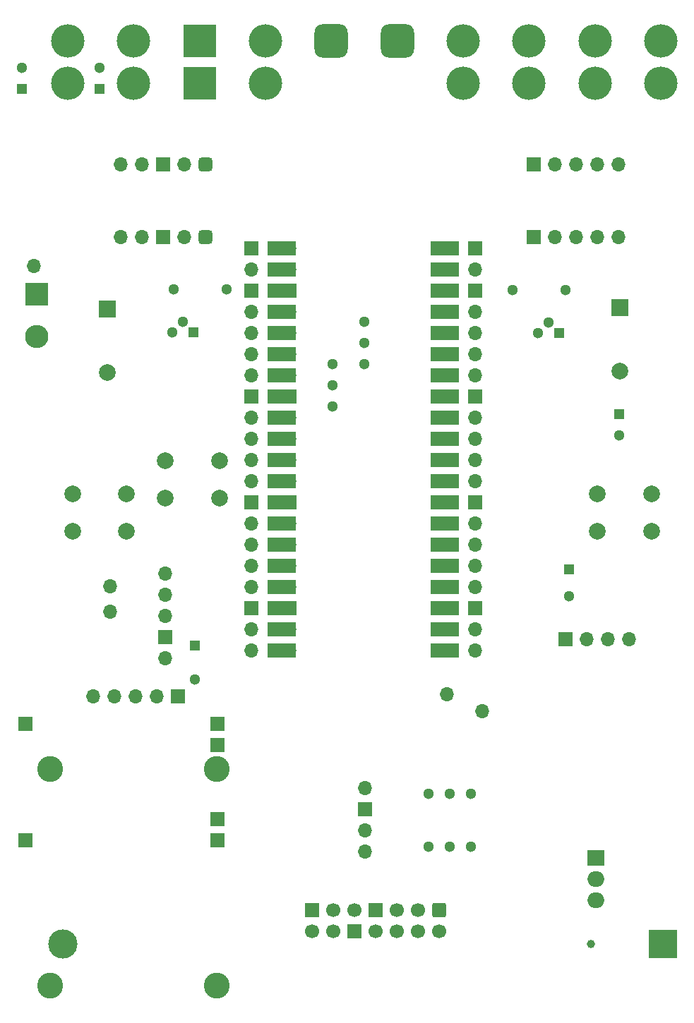
<source format=gbr>
%TF.GenerationSoftware,KiCad,Pcbnew,(6.0.11)*%
%TF.CreationDate,2023-04-25T11:56:07-03:00*%
%TF.ProjectId,Placa Base Xplorer Raspberry pi pico V3A,506c6163-6120-4426-9173-652058706c6f,rev?*%
%TF.SameCoordinates,Original*%
%TF.FileFunction,Soldermask,Bot*%
%TF.FilePolarity,Negative*%
%FSLAX46Y46*%
G04 Gerber Fmt 4.6, Leading zero omitted, Abs format (unit mm)*
G04 Created by KiCad (PCBNEW (6.0.11)) date 2023-04-25 11:56:07*
%MOMM*%
%LPD*%
G01*
G04 APERTURE LIST*
G04 Aperture macros list*
%AMRoundRect*
0 Rectangle with rounded corners*
0 $1 Rounding radius*
0 $2 $3 $4 $5 $6 $7 $8 $9 X,Y pos of 4 corners*
0 Add a 4 corners polygon primitive as box body*
4,1,4,$2,$3,$4,$5,$6,$7,$8,$9,$2,$3,0*
0 Add four circle primitives for the rounded corners*
1,1,$1+$1,$2,$3*
1,1,$1+$1,$4,$5*
1,1,$1+$1,$6,$7*
1,1,$1+$1,$8,$9*
0 Add four rect primitives between the rounded corners*
20,1,$1+$1,$2,$3,$4,$5,0*
20,1,$1+$1,$4,$5,$6,$7,0*
20,1,$1+$1,$6,$7,$8,$9,0*
20,1,$1+$1,$8,$9,$2,$3,0*%
%AMOutline4P*
0 Free polygon, 4 corners , with rotation*
0 The origin of the aperture is its center*
0 number of corners: always 4*
0 $1 to $8 corner X, Y*
0 $9 Rotation angle, in degrees counterclockwise*
0 create outline with 4 corners*
4,1,4,$1,$2,$3,$4,$5,$6,$7,$8,$1,$2,$9*%
G04 Aperture macros list end*
%ADD10O,1.700000X1.700000*%
%ADD11R,1.700000X1.700000*%
%ADD12R,1.300000X1.300000*%
%ADD13R,4.000000X4.000000*%
%ADD14O,4.000000X4.000000*%
%ADD15RoundRect,1.000000X1.000000X1.000000X-1.000000X1.000000X-1.000000X-1.000000X1.000000X-1.000000X0*%
%ADD16R,2.000000X1.905000*%
%ADD17O,2.000000X1.905000*%
%ADD18R,2.000000X2.000000*%
%ADD19C,2.000000*%
%ADD20C,1.300000*%
%ADD21RoundRect,0.425000X0.425000X0.425000X-0.425000X0.425000X-0.425000X-0.425000X0.425000X-0.425000X0*%
%ADD22R,1.800000X1.800000*%
%ADD23RoundRect,0.250000X-0.600000X0.600000X-0.600000X-0.600000X0.600000X-0.600000X0.600000X0.600000X0*%
%ADD24C,1.700000*%
%ADD25Outline4P,-0.850000X-0.850000X0.850000X-0.850000X0.850000X0.850000X-0.850000X0.850000X180.000000*%
%ADD26C,3.100000*%
%ADD27R,3.500000X1.700000*%
%ADD28R,2.800000X2.800000*%
%ADD29O,2.800000X2.800000*%
%ADD30C,1.000000*%
%ADD31R,3.500000X3.500000*%
%ADD32C,3.500000*%
G04 APERTURE END LIST*
D10*
%TO.C,*%
X92456000Y-64363600D03*
%TD*%
D11*
%TO.C,*%
X107950000Y-60960000D03*
%TD*%
D12*
%TO.C,*%
X162665079Y-82154371D03*
%TD*%
D13*
%TO.C,*%
X112324444Y-42454018D03*
%TD*%
D14*
%TO.C,*%
X96520000Y-42454018D03*
%TD*%
D15*
%TO.C,*%
X128128888Y-37374018D03*
%TD*%
D10*
%TO.C,*%
X157480000Y-60960000D03*
%TD*%
D11*
%TO.C,*%
X152400000Y-60960000D03*
%TD*%
D10*
%TO.C,*%
X108204000Y-111506000D03*
%TD*%
D16*
%TO.C,Reg 3.3V*%
X159854024Y-135462894D03*
D17*
X159854024Y-138002894D03*
X159854024Y-140542894D03*
%TD*%
D18*
%TO.C,REF\u002A\u002A*%
X101295200Y-69545200D03*
D19*
X101295200Y-77145200D03*
%TD*%
%TO.C,A*%
X97080000Y-91730000D03*
X103580000Y-91730000D03*
X97080000Y-96230000D03*
X103580000Y-96230000D03*
%TD*%
D20*
%TO.C,*%
X128270000Y-78740000D03*
%TD*%
%TO.C,*%
X144890000Y-127727400D03*
%TD*%
D19*
%TO.C,B*%
X166520000Y-91730000D03*
X160020000Y-91730000D03*
X160020000Y-96230000D03*
X166520000Y-96230000D03*
%TD*%
D10*
%TO.C,*%
X161290000Y-109220000D03*
%TD*%
%TO.C,*%
X102092575Y-116078000D03*
%TD*%
%TO.C,*%
X107172575Y-116078000D03*
%TD*%
D14*
%TO.C,*%
X120226666Y-42454018D03*
%TD*%
D10*
%TO.C,*%
X110490000Y-60960000D03*
%TD*%
D14*
%TO.C,*%
X120226666Y-37374018D03*
%TD*%
D20*
%TO.C,*%
X128270000Y-76200000D03*
%TD*%
D14*
%TO.C,*%
X167640000Y-37374018D03*
%TD*%
%TO.C,*%
X151835554Y-42454018D03*
%TD*%
D20*
%TO.C,*%
X132080000Y-71120000D03*
%TD*%
D10*
%TO.C,*%
X154940000Y-52224597D03*
%TD*%
D21*
%TO.C,*%
X113030000Y-60960000D03*
%TD*%
D10*
%TO.C,*%
X142000000Y-115800000D03*
%TD*%
D22*
%TO.C,*%
X91462000Y-133274400D03*
%TD*%
D11*
%TO.C,*%
X132190000Y-129625000D03*
%TD*%
D20*
%TO.C,*%
X156210000Y-67310000D03*
%TD*%
D10*
%TO.C,*%
X102870000Y-52224597D03*
%TD*%
D23*
%TO.C,REF\u002A\u002A*%
X141080000Y-141660000D03*
D24*
X138540000Y-141660000D03*
X138540000Y-144200000D03*
X136000000Y-141660000D03*
X141080000Y-144200000D03*
X136000000Y-144200000D03*
D11*
X133460000Y-141660000D03*
D24*
X133460000Y-144200000D03*
X130920000Y-141660000D03*
D11*
X130920000Y-144200000D03*
D24*
X128380000Y-141660000D03*
X128380000Y-144200000D03*
D11*
X125840000Y-141660000D03*
D24*
X125840000Y-144200000D03*
%TD*%
D10*
%TO.C,*%
X102870000Y-60960000D03*
%TD*%
D20*
%TO.C,*%
X132080000Y-73660000D03*
%TD*%
D10*
%TO.C,*%
X105410000Y-60960000D03*
%TD*%
D22*
%TO.C,*%
X114474400Y-130734400D03*
%TD*%
%TO.C,*%
X114474400Y-133274400D03*
%TD*%
D10*
%TO.C,*%
X132190000Y-134705000D03*
%TD*%
%TO.C,*%
X132190000Y-132165000D03*
%TD*%
D11*
%TO.C,*%
X152400000Y-52224597D03*
%TD*%
D22*
%TO.C,*%
X114474400Y-119304400D03*
%TD*%
D20*
%TO.C,*%
X109220000Y-67187162D03*
%TD*%
D10*
%TO.C,*%
X108204000Y-101346000D03*
%TD*%
D18*
%TO.C,REF\u002A\u002A*%
X162712400Y-69392800D03*
D19*
X162712400Y-76992800D03*
%TD*%
D12*
%TO.C,*%
X111760000Y-109931200D03*
%TD*%
D20*
%TO.C,*%
X132080000Y-76200000D03*
%TD*%
D14*
%TO.C,*%
X159737776Y-42454018D03*
%TD*%
D10*
%TO.C,*%
X157480000Y-52224597D03*
%TD*%
D14*
%TO.C,*%
X151835554Y-37374018D03*
%TD*%
D10*
%TO.C,*%
X99552575Y-116078000D03*
%TD*%
%TO.C,*%
X132151341Y-127076852D03*
%TD*%
%TO.C,*%
X101600000Y-102870000D03*
%TD*%
%TO.C,*%
X162560000Y-52224597D03*
%TD*%
D20*
%TO.C,*%
X162665079Y-84694371D03*
%TD*%
%TO.C,*%
X100300789Y-40610804D03*
%TD*%
D22*
%TO.C,*%
X114474400Y-121844400D03*
%TD*%
D10*
%TO.C,*%
X105410000Y-52224597D03*
%TD*%
D12*
%TO.C,*%
X156619416Y-100800000D03*
%TD*%
D25*
%TO.C,*%
X107950000Y-52224597D03*
%TD*%
D26*
%TO.C,*%
X94402372Y-150769271D03*
%TD*%
D14*
%TO.C,*%
X143933332Y-37374018D03*
%TD*%
D27*
%TO.C,*%
X141738668Y-92742891D03*
%TD*%
D12*
%TO.C,*%
X91030584Y-43180000D03*
%TD*%
D20*
%TO.C,*%
X139810000Y-127727400D03*
%TD*%
D10*
%TO.C,*%
X154940000Y-60960000D03*
%TD*%
D11*
%TO.C,*%
X156210000Y-109220000D03*
%TD*%
D20*
%TO.C,*%
X139810000Y-134077400D03*
%TD*%
D14*
%TO.C,*%
X104422222Y-37374018D03*
%TD*%
D10*
%TO.C,*%
X160020000Y-52224597D03*
%TD*%
D22*
%TO.C,*%
X91462000Y-119304400D03*
%TD*%
D10*
%TO.C,*%
X158750000Y-109220000D03*
%TD*%
D13*
%TO.C,*%
X112324444Y-37374018D03*
%TD*%
D20*
%TO.C,*%
X91030584Y-40640000D03*
%TD*%
D27*
%TO.C,*%
X141738668Y-92742891D03*
%TD*%
D10*
%TO.C,*%
X110490000Y-52224597D03*
%TD*%
D14*
%TO.C,*%
X167640000Y-42454018D03*
%TD*%
%TO.C,*%
X143933332Y-42454018D03*
%TD*%
D27*
%TO.C,*%
X122187708Y-105424613D03*
%TD*%
D11*
%TO.C,*%
X108204000Y-108966000D03*
%TD*%
D20*
%TO.C,*%
X156619416Y-104049018D03*
%TD*%
D10*
%TO.C,*%
X162560000Y-60960000D03*
%TD*%
D11*
%TO.C,*%
X109712575Y-116078000D03*
%TD*%
D20*
%TO.C,*%
X142350000Y-134077400D03*
%TD*%
D26*
%TO.C,*%
X114392623Y-150736142D03*
%TD*%
%TO.C,*%
X94391300Y-124734248D03*
%TD*%
D10*
%TO.C,*%
X104632575Y-116078000D03*
%TD*%
D15*
%TO.C,*%
X136031110Y-37374018D03*
%TD*%
D10*
%TO.C,*%
X146200000Y-117800000D03*
%TD*%
D20*
%TO.C,*%
X115570000Y-67187162D03*
%TD*%
D14*
%TO.C,*%
X104422222Y-42454018D03*
%TD*%
%TO.C,*%
X96520000Y-37374018D03*
%TD*%
D20*
%TO.C,*%
X128270000Y-81280000D03*
%TD*%
%TO.C,*%
X111760000Y-114046000D03*
%TD*%
D10*
%TO.C,*%
X163830000Y-109220000D03*
%TD*%
D28*
%TO.C,REF\u002A\u002A*%
X92822800Y-67753288D03*
D29*
X92822800Y-72833288D03*
%TD*%
D21*
%TO.C,*%
X113030000Y-52224597D03*
%TD*%
D10*
%TO.C,*%
X101600000Y-105918000D03*
%TD*%
D20*
%TO.C,*%
X149860000Y-67310000D03*
%TD*%
D10*
%TO.C,*%
X160020000Y-60960000D03*
%TD*%
D14*
%TO.C,*%
X159737776Y-37374018D03*
%TD*%
D20*
%TO.C,*%
X144890000Y-134077400D03*
%TD*%
D10*
%TO.C,*%
X108204000Y-103886000D03*
%TD*%
%TO.C,*%
X108204000Y-106426000D03*
%TD*%
D12*
%TO.C,*%
X100315386Y-43150773D03*
%TD*%
D26*
%TO.C,*%
X114392623Y-124734248D03*
%TD*%
D20*
%TO.C,*%
X142350000Y-127727400D03*
%TD*%
D11*
%TO.C,REF\u002A\u002A*%
X118564144Y-62255000D03*
D10*
X118564144Y-64795000D03*
D11*
X118564144Y-67335000D03*
D10*
X118564144Y-69875000D03*
X118564144Y-72415000D03*
X118564144Y-74955000D03*
X118564144Y-77495000D03*
D11*
X118564144Y-80035000D03*
D10*
X118564144Y-82575000D03*
X118564144Y-85115000D03*
X118564144Y-87655000D03*
X118564144Y-90195000D03*
D11*
X118564144Y-92735000D03*
D10*
X118564144Y-95275000D03*
X118564144Y-97815000D03*
X118564144Y-100355000D03*
X118564144Y-102895000D03*
D11*
X118564144Y-105435000D03*
D10*
X118564144Y-107975000D03*
X118564144Y-110515000D03*
%TD*%
D19*
%TO.C,reset*%
X108194133Y-87761331D03*
X114694133Y-87761331D03*
X108194133Y-92261331D03*
X114694133Y-92261331D03*
%TD*%
D30*
%TO.C,REF\u002A\u002A*%
X159282600Y-145745200D03*
D31*
X167927600Y-145745200D03*
D32*
X95927600Y-145745200D03*
%TD*%
D11*
%TO.C,REF\u002A\u002A*%
X145349303Y-62278730D03*
D10*
X145349303Y-64818730D03*
D11*
X145349303Y-67358730D03*
D10*
X145349303Y-69898730D03*
X145349303Y-72438730D03*
X145349303Y-74978730D03*
X145349303Y-77518730D03*
D11*
X145349303Y-80058730D03*
D10*
X145349303Y-82598730D03*
X145349303Y-85138730D03*
X145349303Y-87678730D03*
X145349303Y-90218730D03*
D11*
X145349303Y-92758730D03*
D10*
X145349303Y-95298730D03*
X145349303Y-97838730D03*
X145349303Y-100378730D03*
X145349303Y-102918730D03*
D11*
X145349303Y-105458730D03*
D10*
X145349303Y-107998730D03*
X145349303Y-110538730D03*
%TD*%
D12*
%TO.C,BC337*%
X111568000Y-72390000D03*
D20*
X110298000Y-71120000D03*
X109028000Y-72390000D03*
%TD*%
D12*
%TO.C,BC337*%
X155459200Y-72457237D03*
D20*
X154189200Y-71187237D03*
X152919200Y-72457237D03*
%TD*%
D27*
%TO.C,REF\u002A\u002A*%
X141757352Y-62250000D03*
D10*
X140857352Y-62250000D03*
D27*
X141757352Y-64790000D03*
D10*
X140857352Y-64790000D03*
D11*
X140857352Y-67330000D03*
D27*
X141757352Y-67330000D03*
X141757352Y-69870000D03*
D10*
X140857352Y-69870000D03*
X140857352Y-72410000D03*
D27*
X141757352Y-72410000D03*
X141757352Y-74950000D03*
D10*
X140857352Y-74950000D03*
D27*
X141757352Y-77490000D03*
D10*
X140857352Y-77490000D03*
D11*
X140857352Y-80030000D03*
D27*
X141757352Y-80030000D03*
D10*
X140857352Y-82570000D03*
D27*
X141757352Y-82570000D03*
D10*
X140857352Y-85110000D03*
D27*
X141757352Y-85110000D03*
X141757352Y-87650000D03*
D10*
X140857352Y-87650000D03*
D27*
X141757352Y-90190000D03*
D10*
X140857352Y-90190000D03*
D11*
X140857352Y-92730000D03*
D27*
X141757352Y-92730000D03*
X141757352Y-95270000D03*
D10*
X140857352Y-95270000D03*
X140857352Y-97810000D03*
D27*
X141757352Y-97810000D03*
D10*
X140857352Y-100350000D03*
D27*
X141757352Y-100350000D03*
X141757352Y-102890000D03*
D10*
X140857352Y-102890000D03*
D11*
X140857352Y-105430000D03*
D27*
X141757352Y-105430000D03*
X141757352Y-107970000D03*
D10*
X140857352Y-107970000D03*
X140857352Y-110510000D03*
D27*
X141757352Y-110510000D03*
X122177352Y-110510000D03*
D10*
X123077352Y-110510000D03*
D27*
X122177352Y-107970000D03*
D10*
X123077352Y-107970000D03*
D27*
X122177352Y-105430000D03*
D11*
X123077352Y-105430000D03*
D10*
X123077352Y-102890000D03*
D27*
X122177352Y-102890000D03*
X122177352Y-100350000D03*
D10*
X123077352Y-100350000D03*
X123077352Y-97810000D03*
D27*
X122177352Y-97810000D03*
D10*
X123077352Y-95270000D03*
D27*
X122177352Y-95270000D03*
D11*
X123077352Y-92730000D03*
D27*
X122177352Y-92730000D03*
X122177352Y-90190000D03*
D10*
X123077352Y-90190000D03*
D27*
X122177352Y-87650000D03*
D10*
X123077352Y-87650000D03*
X123077352Y-85110000D03*
D27*
X122177352Y-85110000D03*
X122177352Y-82570000D03*
D10*
X123077352Y-82570000D03*
D11*
X123077352Y-80030000D03*
D27*
X122177352Y-80030000D03*
D10*
X123077352Y-77490000D03*
D27*
X122177352Y-77490000D03*
X122177352Y-74950000D03*
D10*
X123077352Y-74950000D03*
X123077352Y-72410000D03*
D27*
X122177352Y-72410000D03*
D10*
X123077352Y-69870000D03*
D27*
X122177352Y-69870000D03*
D11*
X123077352Y-67330000D03*
D27*
X122177352Y-67330000D03*
D10*
X123077352Y-64790000D03*
D27*
X122177352Y-64790000D03*
D10*
X123077352Y-62250000D03*
D27*
X122177352Y-62250000D03*
%TD*%
M02*

</source>
